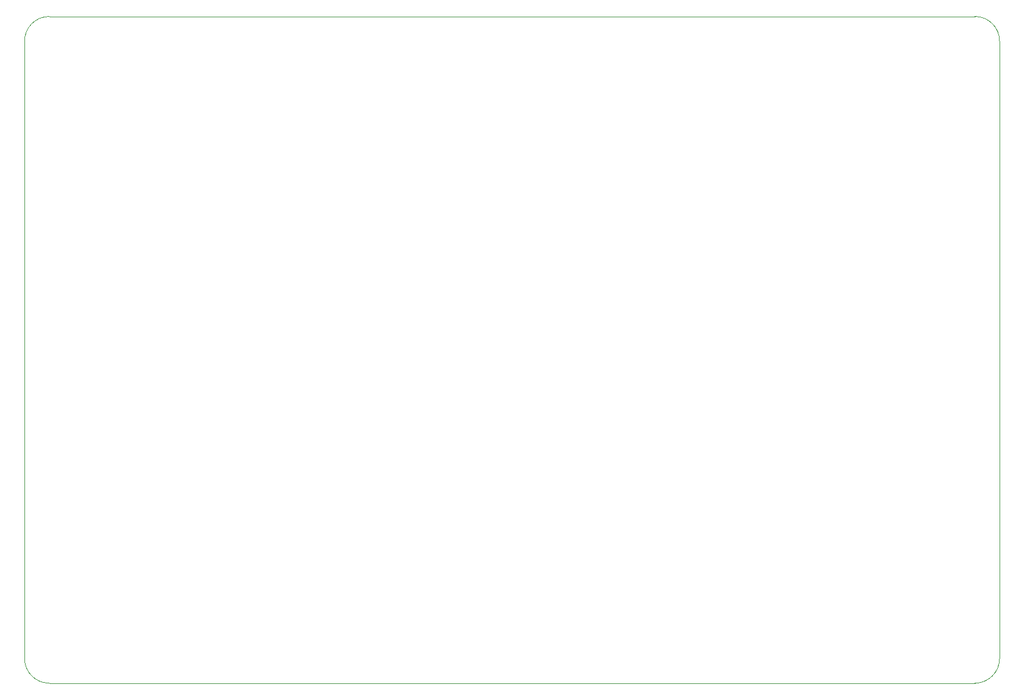
<source format=gbr>
%TF.GenerationSoftware,KiCad,Pcbnew,9.0.3*%
%TF.CreationDate,2025-10-13T23:01:42-05:00*%
%TF.ProjectId,SuppMonTester,53757070-4d6f-46e5-9465-737465722e6b,rev?*%
%TF.SameCoordinates,Original*%
%TF.FileFunction,Profile,NP*%
%FSLAX46Y46*%
G04 Gerber Fmt 4.6, Leading zero omitted, Abs format (unit mm)*
G04 Created by KiCad (PCBNEW 9.0.3) date 2025-10-13 23:01:42*
%MOMM*%
%LPD*%
G01*
G04 APERTURE LIST*
%TA.AperFunction,Profile*%
%ADD10C,0.050000*%
%TD*%
G04 APERTURE END LIST*
D10*
X26000000Y-40000000D02*
G75*
G02*
X29500000Y-36500000I3500000J0D01*
G01*
X161000000Y-36500000D02*
G75*
G02*
X164500000Y-40000000I0J-3500000D01*
G01*
X29500000Y-131250000D02*
G75*
G02*
X26000000Y-127750000I0J3500000D01*
G01*
X164500000Y-127750000D02*
G75*
G02*
X161000000Y-131250000I-3500000J0D01*
G01*
X26000000Y-127750000D02*
X26000000Y-40000000D01*
X164500000Y-40000000D02*
X164500000Y-127750000D01*
X29500000Y-36500000D02*
X161000000Y-36500000D01*
X161000000Y-131250000D02*
X29500000Y-131250000D01*
M02*

</source>
